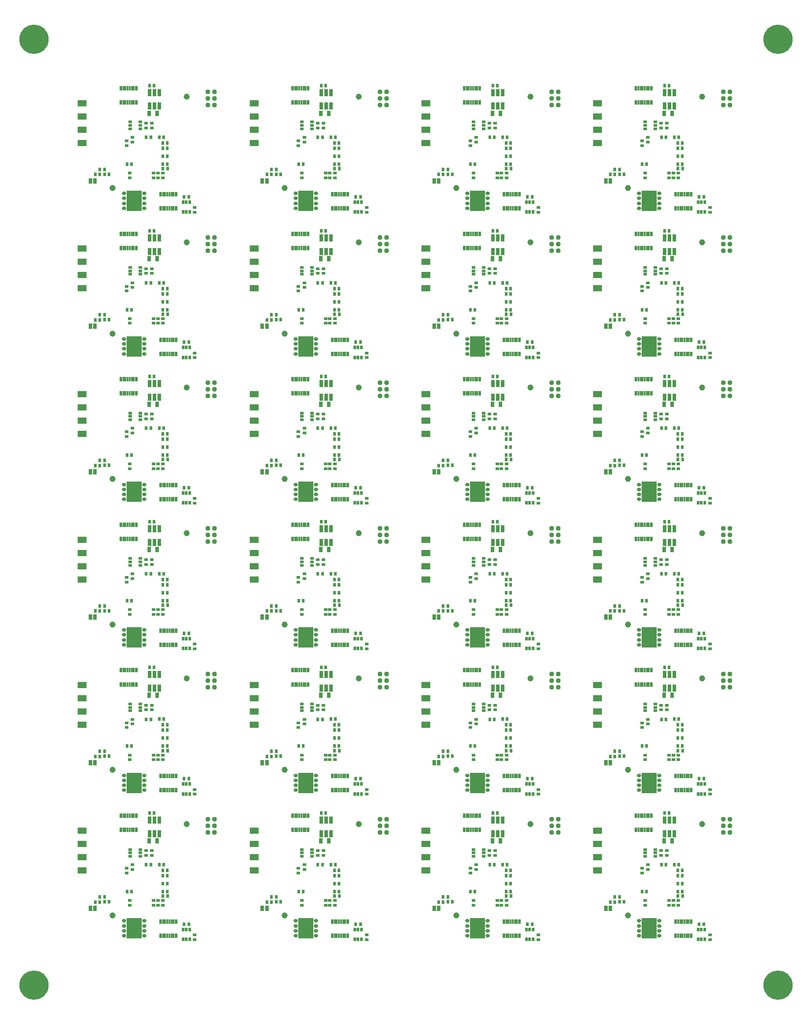
<source format=gbs>
G04 Layer_Color=16711935*
%FSLAX25Y25*%
%MOIN*%
G70*
G01*
G75*
%ADD61R,0.02198X0.03151*%
%ADD62R,0.02175X0.02962*%
%ADD63R,0.02962X0.02175*%
%ADD65R,0.01978X0.03198*%
%ADD66R,0.01506X0.03198*%
%ADD70R,0.03151X0.02198*%
%ADD76C,0.03700*%
%ADD81C,0.22100*%
%ADD82C,0.00600*%
%ADD83C,0.04600*%
%ADD84R,0.03041X0.05403*%
%ADD85O,0.03356X0.02569*%
%ADD86R,0.11230X0.15167*%
%ADD87R,0.02569X0.04143*%
%ADD88R,0.07100X0.04600*%
%ADD89R,0.02765X0.03947*%
D61*
X159781Y81700D02*
D03*
X162340D02*
D03*
X164899D02*
D03*
X159781Y89180D02*
D03*
X164899D02*
D03*
X162340D02*
D03*
X289466Y81700D02*
D03*
X292025D02*
D03*
X294584D02*
D03*
X289466Y89180D02*
D03*
X294584D02*
D03*
X292025D02*
D03*
X419151Y81700D02*
D03*
X421710D02*
D03*
X424269D02*
D03*
X419151Y89180D02*
D03*
X424269D02*
D03*
X421710D02*
D03*
X548836Y81700D02*
D03*
X551395D02*
D03*
X553954D02*
D03*
X548836Y89180D02*
D03*
X553954D02*
D03*
X551395D02*
D03*
X159781Y191574D02*
D03*
X162340D02*
D03*
X164899D02*
D03*
X159781Y199054D02*
D03*
X164899D02*
D03*
X162340D02*
D03*
X289466Y191574D02*
D03*
X292025D02*
D03*
X294584D02*
D03*
X289466Y199054D02*
D03*
X294584D02*
D03*
X292025D02*
D03*
X419151Y191574D02*
D03*
X421710D02*
D03*
X424269D02*
D03*
X419151Y199054D02*
D03*
X424269D02*
D03*
X421710D02*
D03*
X548836Y191574D02*
D03*
X551395D02*
D03*
X553954D02*
D03*
X548836Y199054D02*
D03*
X553954D02*
D03*
X551395D02*
D03*
X159781Y301448D02*
D03*
X162340D02*
D03*
X164899D02*
D03*
X159781Y308928D02*
D03*
X164899D02*
D03*
X162340D02*
D03*
X289466Y301448D02*
D03*
X292025D02*
D03*
X294584D02*
D03*
X289466Y308928D02*
D03*
X294584D02*
D03*
X292025D02*
D03*
X419151Y301448D02*
D03*
X421710D02*
D03*
X424269D02*
D03*
X419151Y308928D02*
D03*
X424269D02*
D03*
X421710D02*
D03*
X548836Y301448D02*
D03*
X551395D02*
D03*
X553954D02*
D03*
X548836Y308928D02*
D03*
X553954D02*
D03*
X551395D02*
D03*
X159781Y411322D02*
D03*
X162340D02*
D03*
X164899D02*
D03*
X159781Y418802D02*
D03*
X164899D02*
D03*
X162340D02*
D03*
X289466Y411322D02*
D03*
X292025D02*
D03*
X294584D02*
D03*
X289466Y418802D02*
D03*
X294584D02*
D03*
X292025D02*
D03*
X419151Y411322D02*
D03*
X421710D02*
D03*
X424269D02*
D03*
X419151Y418802D02*
D03*
X424269D02*
D03*
X421710D02*
D03*
X548836Y411322D02*
D03*
X551395D02*
D03*
X553954D02*
D03*
X548836Y418802D02*
D03*
X553954D02*
D03*
X551395D02*
D03*
X159781Y521196D02*
D03*
X162340D02*
D03*
X164899D02*
D03*
X159781Y528676D02*
D03*
X164899D02*
D03*
X162340D02*
D03*
X289466Y521196D02*
D03*
X292025D02*
D03*
X294584D02*
D03*
X289466Y528676D02*
D03*
X294584D02*
D03*
X292025D02*
D03*
X419151Y521196D02*
D03*
X421710D02*
D03*
X424269D02*
D03*
X419151Y528676D02*
D03*
X424269D02*
D03*
X421710D02*
D03*
X548836Y521196D02*
D03*
X551395D02*
D03*
X553954D02*
D03*
X548836Y528676D02*
D03*
X553954D02*
D03*
X551395D02*
D03*
X159781Y631070D02*
D03*
X162340D02*
D03*
X164899D02*
D03*
X159781Y638550D02*
D03*
X164899D02*
D03*
X162340D02*
D03*
X289466Y631070D02*
D03*
X292025D02*
D03*
X294584D02*
D03*
X289466Y638550D02*
D03*
X294584D02*
D03*
X292025D02*
D03*
X419151Y631070D02*
D03*
X421710D02*
D03*
X424269D02*
D03*
X419151Y638550D02*
D03*
X424269D02*
D03*
X421710D02*
D03*
X548836Y631070D02*
D03*
X551395D02*
D03*
X553954D02*
D03*
X548836Y638550D02*
D03*
X553954D02*
D03*
X551395D02*
D03*
D62*
X100469Y110140D02*
D03*
X104012D02*
D03*
X97012Y109940D02*
D03*
X93468D02*
D03*
X96969Y113840D02*
D03*
X100512D02*
D03*
X138012Y177240D02*
D03*
X134468D02*
D03*
X141795Y138094D02*
D03*
X145339D02*
D03*
X144468Y133740D02*
D03*
X148012D02*
D03*
X144468Y129740D02*
D03*
X148012D02*
D03*
X121012Y117740D02*
D03*
X117469D02*
D03*
X144468Y123740D02*
D03*
X148012D02*
D03*
X144569Y114340D02*
D03*
X148112D02*
D03*
X144468Y117740D02*
D03*
X148012D02*
D03*
X132069Y138040D02*
D03*
X135612D02*
D03*
X160669Y93140D02*
D03*
X164212D02*
D03*
X230153Y110140D02*
D03*
X233697D02*
D03*
X226697Y109940D02*
D03*
X223153D02*
D03*
X226654Y113840D02*
D03*
X230197D02*
D03*
X267697Y177240D02*
D03*
X264154D02*
D03*
X271480Y138094D02*
D03*
X275024D02*
D03*
X274153Y133740D02*
D03*
X277697D02*
D03*
X274153Y129740D02*
D03*
X277697D02*
D03*
X250697Y117740D02*
D03*
X247153D02*
D03*
X274153Y123740D02*
D03*
X277697D02*
D03*
X274254Y114340D02*
D03*
X277797D02*
D03*
X274153Y117740D02*
D03*
X277697D02*
D03*
X261754Y138040D02*
D03*
X265297D02*
D03*
X290353Y93140D02*
D03*
X293897D02*
D03*
X359839Y110140D02*
D03*
X363382D02*
D03*
X356382Y109940D02*
D03*
X352839D02*
D03*
X356339Y113840D02*
D03*
X359882D02*
D03*
X397382Y177240D02*
D03*
X393839D02*
D03*
X401165Y138094D02*
D03*
X404709D02*
D03*
X403839Y133740D02*
D03*
X407382D02*
D03*
X403839Y129740D02*
D03*
X407382D02*
D03*
X380382Y117740D02*
D03*
X376839D02*
D03*
X403839Y123740D02*
D03*
X407382D02*
D03*
X403939Y114340D02*
D03*
X407482D02*
D03*
X403839Y117740D02*
D03*
X407382D02*
D03*
X391439Y138040D02*
D03*
X394982D02*
D03*
X420039Y93140D02*
D03*
X423582D02*
D03*
X489524Y110140D02*
D03*
X493067D02*
D03*
X486067Y109940D02*
D03*
X482524D02*
D03*
X486024Y113840D02*
D03*
X489567D02*
D03*
X527067Y177240D02*
D03*
X523524D02*
D03*
X530850Y138094D02*
D03*
X534394D02*
D03*
X533524Y133740D02*
D03*
X537067D02*
D03*
X533524Y129740D02*
D03*
X537067D02*
D03*
X510067Y117740D02*
D03*
X506524D02*
D03*
X533524Y123740D02*
D03*
X537067D02*
D03*
X533624Y114340D02*
D03*
X537167D02*
D03*
X533524Y117740D02*
D03*
X537067D02*
D03*
X521124Y138040D02*
D03*
X524667D02*
D03*
X549724Y93140D02*
D03*
X553267D02*
D03*
X100469Y220014D02*
D03*
X104012D02*
D03*
X97012Y219814D02*
D03*
X93468D02*
D03*
X96969Y223714D02*
D03*
X100512D02*
D03*
X138012Y287114D02*
D03*
X134468D02*
D03*
X141795Y247969D02*
D03*
X145339D02*
D03*
X144468Y243614D02*
D03*
X148012D02*
D03*
X144468Y239614D02*
D03*
X148012D02*
D03*
X121012Y227614D02*
D03*
X117469D02*
D03*
X144468Y233614D02*
D03*
X148012D02*
D03*
X144569Y224214D02*
D03*
X148112D02*
D03*
X144468Y227614D02*
D03*
X148012D02*
D03*
X132069Y247914D02*
D03*
X135612D02*
D03*
X160669Y203014D02*
D03*
X164212D02*
D03*
X230153Y220014D02*
D03*
X233697D02*
D03*
X226697Y219814D02*
D03*
X223153D02*
D03*
X226654Y223714D02*
D03*
X230197D02*
D03*
X267697Y287114D02*
D03*
X264154D02*
D03*
X271480Y247969D02*
D03*
X275024D02*
D03*
X274153Y243614D02*
D03*
X277697D02*
D03*
X274153Y239614D02*
D03*
X277697D02*
D03*
X250697Y227614D02*
D03*
X247153D02*
D03*
X274153Y233614D02*
D03*
X277697D02*
D03*
X274254Y224214D02*
D03*
X277797D02*
D03*
X274153Y227614D02*
D03*
X277697D02*
D03*
X261754Y247914D02*
D03*
X265297D02*
D03*
X290353Y203014D02*
D03*
X293897D02*
D03*
X359839Y220014D02*
D03*
X363382D02*
D03*
X356382Y219814D02*
D03*
X352839D02*
D03*
X356339Y223714D02*
D03*
X359882D02*
D03*
X397382Y287114D02*
D03*
X393839D02*
D03*
X401165Y247969D02*
D03*
X404709D02*
D03*
X403839Y243614D02*
D03*
X407382D02*
D03*
X403839Y239614D02*
D03*
X407382D02*
D03*
X380382Y227614D02*
D03*
X376839D02*
D03*
X403839Y233614D02*
D03*
X407382D02*
D03*
X403939Y224214D02*
D03*
X407482D02*
D03*
X403839Y227614D02*
D03*
X407382D02*
D03*
X391439Y247914D02*
D03*
X394982D02*
D03*
X420039Y203014D02*
D03*
X423582D02*
D03*
X489524Y220014D02*
D03*
X493067D02*
D03*
X486067Y219814D02*
D03*
X482524D02*
D03*
X486024Y223714D02*
D03*
X489567D02*
D03*
X527067Y287114D02*
D03*
X523524D02*
D03*
X530850Y247969D02*
D03*
X534394D02*
D03*
X533524Y243614D02*
D03*
X537067D02*
D03*
X533524Y239614D02*
D03*
X537067D02*
D03*
X510067Y227614D02*
D03*
X506524D02*
D03*
X533524Y233614D02*
D03*
X537067D02*
D03*
X533624Y224214D02*
D03*
X537167D02*
D03*
X533524Y227614D02*
D03*
X537067D02*
D03*
X521124Y247914D02*
D03*
X524667D02*
D03*
X549724Y203014D02*
D03*
X553267D02*
D03*
X100469Y329888D02*
D03*
X104012D02*
D03*
X97012Y329688D02*
D03*
X93468D02*
D03*
X96969Y333588D02*
D03*
X100512D02*
D03*
X138012Y396988D02*
D03*
X134468D02*
D03*
X141795Y357842D02*
D03*
X145339D02*
D03*
X144468Y353488D02*
D03*
X148012D02*
D03*
X144468Y349488D02*
D03*
X148012D02*
D03*
X121012Y337488D02*
D03*
X117469D02*
D03*
X144468Y343488D02*
D03*
X148012D02*
D03*
X144569Y334088D02*
D03*
X148112D02*
D03*
X144468Y337488D02*
D03*
X148012D02*
D03*
X132069Y357788D02*
D03*
X135612D02*
D03*
X160669Y312888D02*
D03*
X164212D02*
D03*
X230153Y329888D02*
D03*
X233697D02*
D03*
X226697Y329688D02*
D03*
X223153D02*
D03*
X226654Y333588D02*
D03*
X230197D02*
D03*
X267697Y396988D02*
D03*
X264154D02*
D03*
X271480Y357842D02*
D03*
X275024D02*
D03*
X274153Y353488D02*
D03*
X277697D02*
D03*
X274153Y349488D02*
D03*
X277697D02*
D03*
X250697Y337488D02*
D03*
X247153D02*
D03*
X274153Y343488D02*
D03*
X277697D02*
D03*
X274254Y334088D02*
D03*
X277797D02*
D03*
X274153Y337488D02*
D03*
X277697D02*
D03*
X261754Y357788D02*
D03*
X265297D02*
D03*
X290353Y312888D02*
D03*
X293897D02*
D03*
X359839Y329888D02*
D03*
X363382D02*
D03*
X356382Y329688D02*
D03*
X352839D02*
D03*
X356339Y333588D02*
D03*
X359882D02*
D03*
X397382Y396988D02*
D03*
X393839D02*
D03*
X401165Y357842D02*
D03*
X404709D02*
D03*
X403839Y353488D02*
D03*
X407382D02*
D03*
X403839Y349488D02*
D03*
X407382D02*
D03*
X380382Y337488D02*
D03*
X376839D02*
D03*
X403839Y343488D02*
D03*
X407382D02*
D03*
X403939Y334088D02*
D03*
X407482D02*
D03*
X403839Y337488D02*
D03*
X407382D02*
D03*
X391439Y357788D02*
D03*
X394982D02*
D03*
X420039Y312888D02*
D03*
X423582D02*
D03*
X489524Y329888D02*
D03*
X493067D02*
D03*
X486067Y329688D02*
D03*
X482524D02*
D03*
X486024Y333588D02*
D03*
X489567D02*
D03*
X527067Y396988D02*
D03*
X523524D02*
D03*
X530850Y357842D02*
D03*
X534394D02*
D03*
X533524Y353488D02*
D03*
X537067D02*
D03*
X533524Y349488D02*
D03*
X537067D02*
D03*
X510067Y337488D02*
D03*
X506524D02*
D03*
X533524Y343488D02*
D03*
X537067D02*
D03*
X533624Y334088D02*
D03*
X537167D02*
D03*
X533524Y337488D02*
D03*
X537067D02*
D03*
X521124Y357788D02*
D03*
X524667D02*
D03*
X549724Y312888D02*
D03*
X553267D02*
D03*
X100469Y439762D02*
D03*
X104012D02*
D03*
X97012Y439562D02*
D03*
X93468D02*
D03*
X96969Y443462D02*
D03*
X100512D02*
D03*
X138012Y506862D02*
D03*
X134468D02*
D03*
X141795Y467717D02*
D03*
X145339D02*
D03*
X144468Y463362D02*
D03*
X148012D02*
D03*
X144468Y459362D02*
D03*
X148012D02*
D03*
X121012Y447362D02*
D03*
X117469D02*
D03*
X144468Y453362D02*
D03*
X148012D02*
D03*
X144569Y443962D02*
D03*
X148112D02*
D03*
X144468Y447362D02*
D03*
X148012D02*
D03*
X132069Y467662D02*
D03*
X135612D02*
D03*
X160669Y422762D02*
D03*
X164212D02*
D03*
X230153Y439762D02*
D03*
X233697D02*
D03*
X226697Y439562D02*
D03*
X223153D02*
D03*
X226654Y443462D02*
D03*
X230197D02*
D03*
X267697Y506862D02*
D03*
X264154D02*
D03*
X271480Y467717D02*
D03*
X275024D02*
D03*
X274153Y463362D02*
D03*
X277697D02*
D03*
X274153Y459362D02*
D03*
X277697D02*
D03*
X250697Y447362D02*
D03*
X247153D02*
D03*
X274153Y453362D02*
D03*
X277697D02*
D03*
X274254Y443962D02*
D03*
X277797D02*
D03*
X274153Y447362D02*
D03*
X277697D02*
D03*
X261754Y467662D02*
D03*
X265297D02*
D03*
X290353Y422762D02*
D03*
X293897D02*
D03*
X359839Y439762D02*
D03*
X363382D02*
D03*
X356382Y439562D02*
D03*
X352839D02*
D03*
X356339Y443462D02*
D03*
X359882D02*
D03*
X397382Y506862D02*
D03*
X393839D02*
D03*
X401165Y467717D02*
D03*
X404709D02*
D03*
X403839Y463362D02*
D03*
X407382D02*
D03*
X403839Y459362D02*
D03*
X407382D02*
D03*
X380382Y447362D02*
D03*
X376839D02*
D03*
X403839Y453362D02*
D03*
X407382D02*
D03*
X403939Y443962D02*
D03*
X407482D02*
D03*
X403839Y447362D02*
D03*
X407382D02*
D03*
X391439Y467662D02*
D03*
X394982D02*
D03*
X420039Y422762D02*
D03*
X423582D02*
D03*
X489524Y439762D02*
D03*
X493067D02*
D03*
X486067Y439562D02*
D03*
X482524D02*
D03*
X486024Y443462D02*
D03*
X489567D02*
D03*
X527067Y506862D02*
D03*
X523524D02*
D03*
X530850Y467717D02*
D03*
X534394D02*
D03*
X533524Y463362D02*
D03*
X537067D02*
D03*
X533524Y459362D02*
D03*
X537067D02*
D03*
X510067Y447362D02*
D03*
X506524D02*
D03*
X533524Y453362D02*
D03*
X537067D02*
D03*
X533624Y443962D02*
D03*
X537167D02*
D03*
X533524Y447362D02*
D03*
X537067D02*
D03*
X521124Y467662D02*
D03*
X524667D02*
D03*
X549724Y422762D02*
D03*
X553267D02*
D03*
X100469Y549636D02*
D03*
X104012D02*
D03*
X97012Y549436D02*
D03*
X93468D02*
D03*
X96969Y553336D02*
D03*
X100512D02*
D03*
X138012Y616736D02*
D03*
X134468D02*
D03*
X141795Y577591D02*
D03*
X145339D02*
D03*
X144468Y573236D02*
D03*
X148012D02*
D03*
X144468Y569236D02*
D03*
X148012D02*
D03*
X121012Y557236D02*
D03*
X117469D02*
D03*
X144468Y563236D02*
D03*
X148012D02*
D03*
X144569Y553836D02*
D03*
X148112D02*
D03*
X144468Y557236D02*
D03*
X148012D02*
D03*
X132069Y577536D02*
D03*
X135612D02*
D03*
X160669Y532636D02*
D03*
X164212D02*
D03*
X230153Y549636D02*
D03*
X233697D02*
D03*
X226697Y549436D02*
D03*
X223153D02*
D03*
X226654Y553336D02*
D03*
X230197D02*
D03*
X267697Y616736D02*
D03*
X264154D02*
D03*
X271480Y577591D02*
D03*
X275024D02*
D03*
X274153Y573236D02*
D03*
X277697D02*
D03*
X274153Y569236D02*
D03*
X277697D02*
D03*
X250697Y557236D02*
D03*
X247153D02*
D03*
X274153Y563236D02*
D03*
X277697D02*
D03*
X274254Y553836D02*
D03*
X277797D02*
D03*
X274153Y557236D02*
D03*
X277697D02*
D03*
X261754Y577536D02*
D03*
X265297D02*
D03*
X290353Y532636D02*
D03*
X293897D02*
D03*
X359839Y549636D02*
D03*
X363382D02*
D03*
X356382Y549436D02*
D03*
X352839D02*
D03*
X356339Y553336D02*
D03*
X359882D02*
D03*
X397382Y616736D02*
D03*
X393839D02*
D03*
X401165Y577591D02*
D03*
X404709D02*
D03*
X403839Y573236D02*
D03*
X407382D02*
D03*
X403839Y569236D02*
D03*
X407382D02*
D03*
X380382Y557236D02*
D03*
X376839D02*
D03*
X403839Y563236D02*
D03*
X407382D02*
D03*
X403939Y553836D02*
D03*
X407482D02*
D03*
X403839Y557236D02*
D03*
X407382D02*
D03*
X391439Y577536D02*
D03*
X394982D02*
D03*
X420039Y532636D02*
D03*
X423582D02*
D03*
X489524Y549636D02*
D03*
X493067D02*
D03*
X486067Y549436D02*
D03*
X482524D02*
D03*
X486024Y553336D02*
D03*
X489567D02*
D03*
X527067Y616736D02*
D03*
X523524D02*
D03*
X530850Y577591D02*
D03*
X534394D02*
D03*
X533524Y573236D02*
D03*
X537067D02*
D03*
X533524Y569236D02*
D03*
X537067D02*
D03*
X510067Y557236D02*
D03*
X506524D02*
D03*
X533524Y563236D02*
D03*
X537067D02*
D03*
X533624Y553836D02*
D03*
X537167D02*
D03*
X533524Y557236D02*
D03*
X537067D02*
D03*
X521124Y577536D02*
D03*
X524667D02*
D03*
X549724Y532636D02*
D03*
X553267D02*
D03*
X100469Y659510D02*
D03*
X104012D02*
D03*
X97012Y659310D02*
D03*
X93468D02*
D03*
X96969Y663210D02*
D03*
X100512D02*
D03*
X138012Y726610D02*
D03*
X134468D02*
D03*
X141795Y687465D02*
D03*
X145339D02*
D03*
X144468Y683110D02*
D03*
X148012D02*
D03*
X144468Y679110D02*
D03*
X148012D02*
D03*
X121012Y667110D02*
D03*
X117469D02*
D03*
X144468Y673110D02*
D03*
X148012D02*
D03*
X144569Y663710D02*
D03*
X148112D02*
D03*
X144468Y667110D02*
D03*
X148012D02*
D03*
X132069Y687410D02*
D03*
X135612D02*
D03*
X160669Y642510D02*
D03*
X164212D02*
D03*
X230153Y659510D02*
D03*
X233697D02*
D03*
X226697Y659310D02*
D03*
X223153D02*
D03*
X226654Y663210D02*
D03*
X230197D02*
D03*
X267697Y726610D02*
D03*
X264154D02*
D03*
X271480Y687465D02*
D03*
X275024D02*
D03*
X274153Y683110D02*
D03*
X277697D02*
D03*
X274153Y679110D02*
D03*
X277697D02*
D03*
X250697Y667110D02*
D03*
X247153D02*
D03*
X274153Y673110D02*
D03*
X277697D02*
D03*
X274254Y663710D02*
D03*
X277797D02*
D03*
X274153Y667110D02*
D03*
X277697D02*
D03*
X261754Y687410D02*
D03*
X265297D02*
D03*
X290353Y642510D02*
D03*
X293897D02*
D03*
X359839Y659510D02*
D03*
X363382D02*
D03*
X356382Y659310D02*
D03*
X352839D02*
D03*
X356339Y663210D02*
D03*
X359882D02*
D03*
X397382Y726610D02*
D03*
X393839D02*
D03*
X401165Y687465D02*
D03*
X404709D02*
D03*
X403839Y683110D02*
D03*
X407382D02*
D03*
X403839Y679110D02*
D03*
X407382D02*
D03*
X380382Y667110D02*
D03*
X376839D02*
D03*
X403839Y673110D02*
D03*
X407382D02*
D03*
X403939Y663710D02*
D03*
X407482D02*
D03*
X403839Y667110D02*
D03*
X407382D02*
D03*
X391439Y687410D02*
D03*
X394982D02*
D03*
X420039Y642510D02*
D03*
X423582D02*
D03*
X489524Y659510D02*
D03*
X493067D02*
D03*
X486067Y659310D02*
D03*
X482524D02*
D03*
X486024Y663210D02*
D03*
X489567D02*
D03*
X527067Y726610D02*
D03*
X523524D02*
D03*
X530850Y687465D02*
D03*
X534394D02*
D03*
X533524Y683110D02*
D03*
X537067D02*
D03*
X533524Y679110D02*
D03*
X537067D02*
D03*
X510067Y667110D02*
D03*
X506524D02*
D03*
X533524Y673110D02*
D03*
X537067D02*
D03*
X533624Y663710D02*
D03*
X537167D02*
D03*
X533524Y667110D02*
D03*
X537067D02*
D03*
X521124Y687410D02*
D03*
X524667D02*
D03*
X549724Y642510D02*
D03*
X553267D02*
D03*
D63*
X144740Y111012D02*
D03*
Y107468D02*
D03*
X141040Y111012D02*
D03*
Y107468D02*
D03*
X121740Y134468D02*
D03*
Y138012D02*
D03*
X137740Y111012D02*
D03*
Y107468D02*
D03*
X119740Y111012D02*
D03*
Y107468D02*
D03*
X117386Y131795D02*
D03*
Y135339D02*
D03*
X131940Y145168D02*
D03*
Y148712D02*
D03*
X136240D02*
D03*
Y145168D02*
D03*
X168740Y85012D02*
D03*
Y81468D02*
D03*
X274425Y111012D02*
D03*
Y107468D02*
D03*
X270725Y111012D02*
D03*
Y107468D02*
D03*
X251425Y134468D02*
D03*
Y138012D02*
D03*
X267425Y111012D02*
D03*
Y107468D02*
D03*
X249425Y111012D02*
D03*
Y107468D02*
D03*
X247071Y131795D02*
D03*
Y135339D02*
D03*
X261625Y145168D02*
D03*
Y148712D02*
D03*
X265925D02*
D03*
Y145168D02*
D03*
X298425Y85012D02*
D03*
Y81468D02*
D03*
X404110Y111012D02*
D03*
Y107468D02*
D03*
X400410Y111012D02*
D03*
Y107468D02*
D03*
X381110Y134468D02*
D03*
Y138012D02*
D03*
X397110Y111012D02*
D03*
Y107468D02*
D03*
X379110Y111012D02*
D03*
Y107468D02*
D03*
X376756Y131795D02*
D03*
Y135339D02*
D03*
X391310Y145168D02*
D03*
Y148712D02*
D03*
X395610D02*
D03*
Y145168D02*
D03*
X428110Y85012D02*
D03*
Y81468D02*
D03*
X533795Y111012D02*
D03*
Y107468D02*
D03*
X530095Y111012D02*
D03*
Y107468D02*
D03*
X510795Y134468D02*
D03*
Y138012D02*
D03*
X526795Y111012D02*
D03*
Y107468D02*
D03*
X508795Y111012D02*
D03*
Y107468D02*
D03*
X506441Y131795D02*
D03*
Y135339D02*
D03*
X520995Y145168D02*
D03*
Y148712D02*
D03*
X525295D02*
D03*
Y145168D02*
D03*
X557795Y85012D02*
D03*
Y81468D02*
D03*
X144740Y220886D02*
D03*
Y217342D02*
D03*
X141040Y220886D02*
D03*
Y217342D02*
D03*
X121740Y244342D02*
D03*
Y247886D02*
D03*
X137740Y220886D02*
D03*
Y217342D02*
D03*
X119740Y220886D02*
D03*
Y217342D02*
D03*
X117386Y241669D02*
D03*
Y245213D02*
D03*
X131940Y255043D02*
D03*
Y258586D02*
D03*
X136240D02*
D03*
Y255043D02*
D03*
X168740Y194886D02*
D03*
Y191342D02*
D03*
X274425Y220886D02*
D03*
Y217342D02*
D03*
X270725Y220886D02*
D03*
Y217342D02*
D03*
X251425Y244342D02*
D03*
Y247886D02*
D03*
X267425Y220886D02*
D03*
Y217342D02*
D03*
X249425Y220886D02*
D03*
Y217342D02*
D03*
X247071Y241669D02*
D03*
Y245213D02*
D03*
X261625Y255043D02*
D03*
Y258586D02*
D03*
X265925D02*
D03*
Y255043D02*
D03*
X298425Y194886D02*
D03*
Y191342D02*
D03*
X404110Y220886D02*
D03*
Y217342D02*
D03*
X400410Y220886D02*
D03*
Y217342D02*
D03*
X381110Y244342D02*
D03*
Y247886D02*
D03*
X397110Y220886D02*
D03*
Y217342D02*
D03*
X379110Y220886D02*
D03*
Y217342D02*
D03*
X376756Y241669D02*
D03*
Y245213D02*
D03*
X391310Y255043D02*
D03*
Y258586D02*
D03*
X395610D02*
D03*
Y255043D02*
D03*
X428110Y194886D02*
D03*
Y191342D02*
D03*
X533795Y220886D02*
D03*
Y217342D02*
D03*
X530095Y220886D02*
D03*
Y217342D02*
D03*
X510795Y244342D02*
D03*
Y247886D02*
D03*
X526795Y220886D02*
D03*
Y217342D02*
D03*
X508795Y220886D02*
D03*
Y217342D02*
D03*
X506441Y241669D02*
D03*
Y245213D02*
D03*
X520995Y255043D02*
D03*
Y258586D02*
D03*
X525295D02*
D03*
Y255043D02*
D03*
X557795Y194886D02*
D03*
Y191342D02*
D03*
X144740Y330760D02*
D03*
Y327217D02*
D03*
X141040Y330760D02*
D03*
Y327217D02*
D03*
X121740Y354217D02*
D03*
Y357760D02*
D03*
X137740Y330760D02*
D03*
Y327217D02*
D03*
X119740Y330760D02*
D03*
Y327217D02*
D03*
X117386Y351543D02*
D03*
Y355087D02*
D03*
X131940Y364917D02*
D03*
Y368460D02*
D03*
X136240D02*
D03*
Y364917D02*
D03*
X168740Y304760D02*
D03*
Y301217D02*
D03*
X274425Y330760D02*
D03*
Y327217D02*
D03*
X270725Y330760D02*
D03*
Y327217D02*
D03*
X251425Y354217D02*
D03*
Y357760D02*
D03*
X267425Y330760D02*
D03*
Y327217D02*
D03*
X249425Y330760D02*
D03*
Y327217D02*
D03*
X247071Y351543D02*
D03*
Y355087D02*
D03*
X261625Y364917D02*
D03*
Y368460D02*
D03*
X265925D02*
D03*
Y364917D02*
D03*
X298425Y304760D02*
D03*
Y301217D02*
D03*
X404110Y330760D02*
D03*
Y327217D02*
D03*
X400410Y330760D02*
D03*
Y327217D02*
D03*
X381110Y354217D02*
D03*
Y357760D02*
D03*
X397110Y330760D02*
D03*
Y327217D02*
D03*
X379110Y330760D02*
D03*
Y327217D02*
D03*
X376756Y351543D02*
D03*
Y355087D02*
D03*
X391310Y364917D02*
D03*
Y368460D02*
D03*
X395610D02*
D03*
Y364917D02*
D03*
X428110Y304760D02*
D03*
Y301217D02*
D03*
X533795Y330760D02*
D03*
Y327217D02*
D03*
X530095Y330760D02*
D03*
Y327217D02*
D03*
X510795Y354217D02*
D03*
Y357760D02*
D03*
X526795Y330760D02*
D03*
Y327217D02*
D03*
X508795Y330760D02*
D03*
Y327217D02*
D03*
X506441Y351543D02*
D03*
Y355087D02*
D03*
X520995Y364917D02*
D03*
Y368460D02*
D03*
X525295D02*
D03*
Y364917D02*
D03*
X557795Y304760D02*
D03*
Y301217D02*
D03*
X144740Y440634D02*
D03*
Y437091D02*
D03*
X141040Y440634D02*
D03*
Y437091D02*
D03*
X121740Y464091D02*
D03*
Y467634D02*
D03*
X137740Y440634D02*
D03*
Y437091D02*
D03*
X119740Y440634D02*
D03*
Y437091D02*
D03*
X117386Y461417D02*
D03*
Y464961D02*
D03*
X131940Y474791D02*
D03*
Y478334D02*
D03*
X136240D02*
D03*
Y474791D02*
D03*
X168740Y414634D02*
D03*
Y411091D02*
D03*
X274425Y440634D02*
D03*
Y437091D02*
D03*
X270725Y440634D02*
D03*
Y437091D02*
D03*
X251425Y464091D02*
D03*
Y467634D02*
D03*
X267425Y440634D02*
D03*
Y437091D02*
D03*
X249425Y440634D02*
D03*
Y437091D02*
D03*
X247071Y461417D02*
D03*
Y464961D02*
D03*
X261625Y474791D02*
D03*
Y478334D02*
D03*
X265925D02*
D03*
Y474791D02*
D03*
X298425Y414634D02*
D03*
Y411091D02*
D03*
X404110Y440634D02*
D03*
Y437091D02*
D03*
X400410Y440634D02*
D03*
Y437091D02*
D03*
X381110Y464091D02*
D03*
Y467634D02*
D03*
X397110Y440634D02*
D03*
Y437091D02*
D03*
X379110Y440634D02*
D03*
Y437091D02*
D03*
X376756Y461417D02*
D03*
Y464961D02*
D03*
X391310Y474791D02*
D03*
Y478334D02*
D03*
X395610D02*
D03*
Y474791D02*
D03*
X428110Y414634D02*
D03*
Y411091D02*
D03*
X533795Y440634D02*
D03*
Y437091D02*
D03*
X530095Y440634D02*
D03*
Y437091D02*
D03*
X510795Y464091D02*
D03*
Y467634D02*
D03*
X526795Y440634D02*
D03*
Y437091D02*
D03*
X508795Y440634D02*
D03*
Y437091D02*
D03*
X506441Y461417D02*
D03*
Y464961D02*
D03*
X520995Y474791D02*
D03*
Y478334D02*
D03*
X525295D02*
D03*
Y474791D02*
D03*
X557795Y414634D02*
D03*
Y411091D02*
D03*
X144740Y550508D02*
D03*
Y546965D02*
D03*
X141040Y550508D02*
D03*
Y546965D02*
D03*
X121740Y573965D02*
D03*
Y577508D02*
D03*
X137740Y550508D02*
D03*
Y546965D02*
D03*
X119740Y550508D02*
D03*
Y546965D02*
D03*
X117386Y571291D02*
D03*
Y574835D02*
D03*
X131940Y584665D02*
D03*
Y588208D02*
D03*
X136240D02*
D03*
Y584665D02*
D03*
X168740Y524508D02*
D03*
Y520965D02*
D03*
X274425Y550508D02*
D03*
Y546965D02*
D03*
X270725Y550508D02*
D03*
Y546965D02*
D03*
X251425Y573965D02*
D03*
Y577508D02*
D03*
X267425Y550508D02*
D03*
Y546965D02*
D03*
X249425Y550508D02*
D03*
Y546965D02*
D03*
X247071Y571291D02*
D03*
Y574835D02*
D03*
X261625Y584665D02*
D03*
Y588208D02*
D03*
X265925D02*
D03*
Y584665D02*
D03*
X298425Y524508D02*
D03*
Y520965D02*
D03*
X404110Y550508D02*
D03*
Y546965D02*
D03*
X400410Y550508D02*
D03*
Y546965D02*
D03*
X381110Y573965D02*
D03*
Y577508D02*
D03*
X397110Y550508D02*
D03*
Y546965D02*
D03*
X379110Y550508D02*
D03*
Y546965D02*
D03*
X376756Y571291D02*
D03*
Y574835D02*
D03*
X391310Y584665D02*
D03*
Y588208D02*
D03*
X395610D02*
D03*
Y584665D02*
D03*
X428110Y524508D02*
D03*
Y520965D02*
D03*
X533795Y550508D02*
D03*
Y546965D02*
D03*
X530095Y550508D02*
D03*
Y546965D02*
D03*
X510795Y573965D02*
D03*
Y577508D02*
D03*
X526795Y550508D02*
D03*
Y546965D02*
D03*
X508795Y550508D02*
D03*
Y546965D02*
D03*
X506441Y571291D02*
D03*
Y574835D02*
D03*
X520995Y584665D02*
D03*
Y588208D02*
D03*
X525295D02*
D03*
Y584665D02*
D03*
X557795Y524508D02*
D03*
Y520965D02*
D03*
X144740Y660382D02*
D03*
Y656839D02*
D03*
X141040Y660382D02*
D03*
Y656839D02*
D03*
X121740Y683839D02*
D03*
Y687382D02*
D03*
X137740Y660382D02*
D03*
Y656839D02*
D03*
X119740Y660382D02*
D03*
Y656839D02*
D03*
X117386Y681165D02*
D03*
Y684709D02*
D03*
X131940Y694539D02*
D03*
Y698082D02*
D03*
X136240D02*
D03*
Y694539D02*
D03*
X168740Y634382D02*
D03*
Y630839D02*
D03*
X274425Y660382D02*
D03*
Y656839D02*
D03*
X270725Y660382D02*
D03*
Y656839D02*
D03*
X251425Y683839D02*
D03*
Y687382D02*
D03*
X267425Y660382D02*
D03*
Y656839D02*
D03*
X249425Y660382D02*
D03*
Y656839D02*
D03*
X247071Y681165D02*
D03*
Y684709D02*
D03*
X261625Y694539D02*
D03*
Y698082D02*
D03*
X265925D02*
D03*
Y694539D02*
D03*
X298425Y634382D02*
D03*
Y630839D02*
D03*
X404110Y660382D02*
D03*
Y656839D02*
D03*
X400410Y660382D02*
D03*
Y656839D02*
D03*
X381110Y683839D02*
D03*
Y687382D02*
D03*
X397110Y660382D02*
D03*
Y656839D02*
D03*
X379110Y660382D02*
D03*
Y656839D02*
D03*
X376756Y681165D02*
D03*
Y684709D02*
D03*
X391310Y694539D02*
D03*
Y698082D02*
D03*
X395610D02*
D03*
Y694539D02*
D03*
X428110Y634382D02*
D03*
Y630839D02*
D03*
X533795Y660382D02*
D03*
Y656839D02*
D03*
X530095Y660382D02*
D03*
Y656839D02*
D03*
X510795Y683839D02*
D03*
Y687382D02*
D03*
X526795Y660382D02*
D03*
Y656839D02*
D03*
X508795Y660382D02*
D03*
Y656839D02*
D03*
X506441Y681165D02*
D03*
Y684709D02*
D03*
X520995Y694539D02*
D03*
Y698082D02*
D03*
X525295D02*
D03*
Y694539D02*
D03*
X557795Y634382D02*
D03*
Y630839D02*
D03*
D65*
X154547Y95075D02*
D03*
Y84405D02*
D03*
X142933D02*
D03*
Y95075D02*
D03*
X124547Y175075D02*
D03*
Y164406D02*
D03*
X112933D02*
D03*
Y175075D02*
D03*
X284232Y95075D02*
D03*
Y84405D02*
D03*
X272618D02*
D03*
Y95075D02*
D03*
X254232Y175075D02*
D03*
Y164406D02*
D03*
X242618D02*
D03*
Y175075D02*
D03*
X413917Y95075D02*
D03*
Y84405D02*
D03*
X402303D02*
D03*
Y95075D02*
D03*
X383917Y175075D02*
D03*
Y164406D02*
D03*
X372303D02*
D03*
Y175075D02*
D03*
X543602Y95075D02*
D03*
Y84405D02*
D03*
X531988D02*
D03*
Y95075D02*
D03*
X513602Y175075D02*
D03*
Y164406D02*
D03*
X501988D02*
D03*
Y175075D02*
D03*
X154547Y204949D02*
D03*
Y194280D02*
D03*
X142933D02*
D03*
Y204949D02*
D03*
X124547Y284949D02*
D03*
Y274279D02*
D03*
X112933D02*
D03*
Y284949D02*
D03*
X284232Y204949D02*
D03*
Y194280D02*
D03*
X272618D02*
D03*
Y204949D02*
D03*
X254232Y284949D02*
D03*
Y274279D02*
D03*
X242618D02*
D03*
Y284949D02*
D03*
X413917Y204949D02*
D03*
Y194280D02*
D03*
X402303D02*
D03*
Y204949D02*
D03*
X383917Y284949D02*
D03*
Y274279D02*
D03*
X372303D02*
D03*
Y284949D02*
D03*
X543602Y204949D02*
D03*
Y194280D02*
D03*
X531988D02*
D03*
Y204949D02*
D03*
X513602Y284949D02*
D03*
Y274279D02*
D03*
X501988D02*
D03*
Y284949D02*
D03*
X154547Y314823D02*
D03*
Y304153D02*
D03*
X142933D02*
D03*
Y314823D02*
D03*
X124547Y394823D02*
D03*
Y384154D02*
D03*
X112933D02*
D03*
Y394823D02*
D03*
X284232Y314823D02*
D03*
Y304153D02*
D03*
X272618D02*
D03*
Y314823D02*
D03*
X254232Y394823D02*
D03*
Y384154D02*
D03*
X242618D02*
D03*
Y394823D02*
D03*
X413917Y314823D02*
D03*
Y304153D02*
D03*
X402303D02*
D03*
Y314823D02*
D03*
X383917Y394823D02*
D03*
Y384154D02*
D03*
X372303D02*
D03*
Y394823D02*
D03*
X543602Y314823D02*
D03*
Y304153D02*
D03*
X531988D02*
D03*
Y314823D02*
D03*
X513602Y394823D02*
D03*
Y384154D02*
D03*
X501988D02*
D03*
Y394823D02*
D03*
X154547Y424697D02*
D03*
Y414028D02*
D03*
X142933D02*
D03*
Y424697D02*
D03*
X124547Y504697D02*
D03*
Y494028D02*
D03*
X112933D02*
D03*
Y504697D02*
D03*
X284232Y424697D02*
D03*
Y414028D02*
D03*
X272618D02*
D03*
Y424697D02*
D03*
X254232Y504697D02*
D03*
Y494028D02*
D03*
X242618D02*
D03*
Y504697D02*
D03*
X413917Y424697D02*
D03*
Y414028D02*
D03*
X402303D02*
D03*
Y424697D02*
D03*
X383917Y504697D02*
D03*
Y494028D02*
D03*
X372303D02*
D03*
Y504697D02*
D03*
X543602Y424697D02*
D03*
Y414028D02*
D03*
X531988D02*
D03*
Y424697D02*
D03*
X513602Y504697D02*
D03*
Y494028D02*
D03*
X501988D02*
D03*
Y504697D02*
D03*
X154547Y534571D02*
D03*
Y523902D02*
D03*
X142933D02*
D03*
Y534571D02*
D03*
X124547Y614571D02*
D03*
Y603902D02*
D03*
X112933D02*
D03*
Y614571D02*
D03*
X284232Y534571D02*
D03*
Y523902D02*
D03*
X272618D02*
D03*
Y534571D02*
D03*
X254232Y614571D02*
D03*
Y603902D02*
D03*
X242618D02*
D03*
Y614571D02*
D03*
X413917Y534571D02*
D03*
Y523902D02*
D03*
X402303D02*
D03*
Y534571D02*
D03*
X383917Y614571D02*
D03*
Y603902D02*
D03*
X372303D02*
D03*
Y614571D02*
D03*
X543602Y534571D02*
D03*
Y523902D02*
D03*
X531988D02*
D03*
Y534571D02*
D03*
X513602Y614571D02*
D03*
Y603902D02*
D03*
X501988D02*
D03*
Y614571D02*
D03*
X154547Y644445D02*
D03*
Y633776D02*
D03*
X142933D02*
D03*
Y644445D02*
D03*
X124547Y724445D02*
D03*
Y713776D02*
D03*
X112933D02*
D03*
Y724445D02*
D03*
X284232Y644445D02*
D03*
Y633776D02*
D03*
X272618D02*
D03*
Y644445D02*
D03*
X254232Y724445D02*
D03*
Y713776D02*
D03*
X242618D02*
D03*
Y724445D02*
D03*
X413917Y644445D02*
D03*
Y633776D02*
D03*
X402303D02*
D03*
Y644445D02*
D03*
X383917Y724445D02*
D03*
Y713776D02*
D03*
X372303D02*
D03*
Y724445D02*
D03*
X543602Y644445D02*
D03*
Y633776D02*
D03*
X531988D02*
D03*
Y644445D02*
D03*
X513602Y724445D02*
D03*
Y713776D02*
D03*
X501988D02*
D03*
Y724445D02*
D03*
D66*
X152677Y84405D02*
D03*
X151102D02*
D03*
X149528D02*
D03*
X147953D02*
D03*
X146378D02*
D03*
X144803D02*
D03*
Y95075D02*
D03*
X146378D02*
D03*
X147953D02*
D03*
X149528D02*
D03*
X151102D02*
D03*
X152677D02*
D03*
X122677Y164406D02*
D03*
X121102D02*
D03*
X119528D02*
D03*
X117953D02*
D03*
X116378D02*
D03*
X114803D02*
D03*
Y175075D02*
D03*
X116378D02*
D03*
X117953D02*
D03*
X119528D02*
D03*
X121102D02*
D03*
X122677D02*
D03*
X282362Y84405D02*
D03*
X280787D02*
D03*
X279213D02*
D03*
X277638D02*
D03*
X276063D02*
D03*
X274488D02*
D03*
Y95075D02*
D03*
X276063D02*
D03*
X277638D02*
D03*
X279213D02*
D03*
X280787D02*
D03*
X282362D02*
D03*
X252362Y164406D02*
D03*
X250787D02*
D03*
X249213D02*
D03*
X247638D02*
D03*
X246063D02*
D03*
X244488D02*
D03*
Y175075D02*
D03*
X246063D02*
D03*
X247638D02*
D03*
X249213D02*
D03*
X250787D02*
D03*
X252362D02*
D03*
X412047Y84405D02*
D03*
X410472D02*
D03*
X408898D02*
D03*
X407323D02*
D03*
X405748D02*
D03*
X404173D02*
D03*
Y95075D02*
D03*
X405748D02*
D03*
X407323D02*
D03*
X408898D02*
D03*
X410472D02*
D03*
X412047D02*
D03*
X382047Y164406D02*
D03*
X380472D02*
D03*
X378898D02*
D03*
X377323D02*
D03*
X375748D02*
D03*
X374173D02*
D03*
Y175075D02*
D03*
X375748D02*
D03*
X377323D02*
D03*
X378898D02*
D03*
X380472D02*
D03*
X382047D02*
D03*
X541732Y84405D02*
D03*
X540158D02*
D03*
X538583D02*
D03*
X537008D02*
D03*
X535433D02*
D03*
X533858D02*
D03*
Y95075D02*
D03*
X535433D02*
D03*
X537008D02*
D03*
X538583D02*
D03*
X540158D02*
D03*
X541732D02*
D03*
X511732Y164406D02*
D03*
X510157D02*
D03*
X508583D02*
D03*
X507008D02*
D03*
X505433D02*
D03*
X503858D02*
D03*
Y175075D02*
D03*
X505433D02*
D03*
X507008D02*
D03*
X508583D02*
D03*
X510157D02*
D03*
X511732D02*
D03*
X152677Y194280D02*
D03*
X151102D02*
D03*
X149528D02*
D03*
X147953D02*
D03*
X146378D02*
D03*
X144803D02*
D03*
Y204949D02*
D03*
X146378D02*
D03*
X147953D02*
D03*
X149528D02*
D03*
X151102D02*
D03*
X152677D02*
D03*
X122677Y274279D02*
D03*
X121102D02*
D03*
X119528D02*
D03*
X117953D02*
D03*
X116378D02*
D03*
X114803D02*
D03*
Y284949D02*
D03*
X116378D02*
D03*
X117953D02*
D03*
X119528D02*
D03*
X121102D02*
D03*
X122677D02*
D03*
X282362Y194280D02*
D03*
X280787D02*
D03*
X279213D02*
D03*
X277638D02*
D03*
X276063D02*
D03*
X274488D02*
D03*
Y204949D02*
D03*
X276063D02*
D03*
X277638D02*
D03*
X279213D02*
D03*
X280787D02*
D03*
X282362D02*
D03*
X252362Y274279D02*
D03*
X250787D02*
D03*
X249213D02*
D03*
X247638D02*
D03*
X246063D02*
D03*
X244488D02*
D03*
Y284949D02*
D03*
X246063D02*
D03*
X247638D02*
D03*
X249213D02*
D03*
X250787D02*
D03*
X252362D02*
D03*
X412047Y194280D02*
D03*
X410472D02*
D03*
X408898D02*
D03*
X407323D02*
D03*
X405748D02*
D03*
X404173D02*
D03*
Y204949D02*
D03*
X405748D02*
D03*
X407323D02*
D03*
X408898D02*
D03*
X410472D02*
D03*
X412047D02*
D03*
X382047Y274279D02*
D03*
X380472D02*
D03*
X378898D02*
D03*
X377323D02*
D03*
X375748D02*
D03*
X374173D02*
D03*
Y284949D02*
D03*
X375748D02*
D03*
X377323D02*
D03*
X378898D02*
D03*
X380472D02*
D03*
X382047D02*
D03*
X541732Y194280D02*
D03*
X540158D02*
D03*
X538583D02*
D03*
X537008D02*
D03*
X535433D02*
D03*
X533858D02*
D03*
Y204949D02*
D03*
X535433D02*
D03*
X537008D02*
D03*
X538583D02*
D03*
X540158D02*
D03*
X541732D02*
D03*
X511732Y274279D02*
D03*
X510157D02*
D03*
X508583D02*
D03*
X507008D02*
D03*
X505433D02*
D03*
X503858D02*
D03*
Y284949D02*
D03*
X505433D02*
D03*
X507008D02*
D03*
X508583D02*
D03*
X510157D02*
D03*
X511732D02*
D03*
X152677Y304154D02*
D03*
X151102D02*
D03*
X149528D02*
D03*
X147953D02*
D03*
X146378D02*
D03*
X144803D02*
D03*
Y314823D02*
D03*
X146378D02*
D03*
X147953D02*
D03*
X149528D02*
D03*
X151102D02*
D03*
X152677D02*
D03*
X122677Y384154D02*
D03*
X121102D02*
D03*
X119528D02*
D03*
X117953D02*
D03*
X116378D02*
D03*
X114803D02*
D03*
Y394823D02*
D03*
X116378D02*
D03*
X117953D02*
D03*
X119528D02*
D03*
X121102D02*
D03*
X122677D02*
D03*
X282362Y304154D02*
D03*
X280787D02*
D03*
X279213D02*
D03*
X277638D02*
D03*
X276063D02*
D03*
X274488D02*
D03*
Y314823D02*
D03*
X276063D02*
D03*
X277638D02*
D03*
X279213D02*
D03*
X280787D02*
D03*
X282362D02*
D03*
X252362Y384154D02*
D03*
X250787D02*
D03*
X249213D02*
D03*
X247638D02*
D03*
X246063D02*
D03*
X244488D02*
D03*
Y394823D02*
D03*
X246063D02*
D03*
X247638D02*
D03*
X249213D02*
D03*
X250787D02*
D03*
X252362D02*
D03*
X412047Y304154D02*
D03*
X410472D02*
D03*
X408898D02*
D03*
X407323D02*
D03*
X405748D02*
D03*
X404173D02*
D03*
Y314823D02*
D03*
X405748D02*
D03*
X407323D02*
D03*
X408898D02*
D03*
X410472D02*
D03*
X412047D02*
D03*
X382047Y384154D02*
D03*
X380472D02*
D03*
X378898D02*
D03*
X377323D02*
D03*
X375748D02*
D03*
X374173D02*
D03*
Y394823D02*
D03*
X375748D02*
D03*
X377323D02*
D03*
X378898D02*
D03*
X380472D02*
D03*
X382047D02*
D03*
X541732Y304154D02*
D03*
X540158D02*
D03*
X538583D02*
D03*
X537008D02*
D03*
X535433D02*
D03*
X533858D02*
D03*
Y314823D02*
D03*
X535433D02*
D03*
X537008D02*
D03*
X538583D02*
D03*
X540158D02*
D03*
X541732D02*
D03*
X511732Y384154D02*
D03*
X510157D02*
D03*
X508583D02*
D03*
X507008D02*
D03*
X505433D02*
D03*
X503858D02*
D03*
Y394823D02*
D03*
X505433D02*
D03*
X507008D02*
D03*
X508583D02*
D03*
X510157D02*
D03*
X511732D02*
D03*
X152677Y414028D02*
D03*
X151102D02*
D03*
X149528D02*
D03*
X147953D02*
D03*
X146378D02*
D03*
X144803D02*
D03*
Y424697D02*
D03*
X146378D02*
D03*
X147953D02*
D03*
X149528D02*
D03*
X151102D02*
D03*
X152677D02*
D03*
X122677Y494028D02*
D03*
X121102D02*
D03*
X119528D02*
D03*
X117953D02*
D03*
X116378D02*
D03*
X114803D02*
D03*
Y504697D02*
D03*
X116378D02*
D03*
X117953D02*
D03*
X119528D02*
D03*
X121102D02*
D03*
X122677D02*
D03*
X282362Y414028D02*
D03*
X280787D02*
D03*
X279213D02*
D03*
X277638D02*
D03*
X276063D02*
D03*
X274488D02*
D03*
Y424697D02*
D03*
X276063D02*
D03*
X277638D02*
D03*
X279213D02*
D03*
X280787D02*
D03*
X282362D02*
D03*
X252362Y494028D02*
D03*
X250787D02*
D03*
X249213D02*
D03*
X247638D02*
D03*
X246063D02*
D03*
X244488D02*
D03*
Y504697D02*
D03*
X246063D02*
D03*
X247638D02*
D03*
X249213D02*
D03*
X250787D02*
D03*
X252362D02*
D03*
X412047Y414028D02*
D03*
X410472D02*
D03*
X408898D02*
D03*
X407323D02*
D03*
X405748D02*
D03*
X404173D02*
D03*
Y424697D02*
D03*
X405748D02*
D03*
X407323D02*
D03*
X408898D02*
D03*
X410472D02*
D03*
X412047D02*
D03*
X382047Y494028D02*
D03*
X380472D02*
D03*
X378898D02*
D03*
X377323D02*
D03*
X375748D02*
D03*
X374173D02*
D03*
Y504697D02*
D03*
X375748D02*
D03*
X377323D02*
D03*
X378898D02*
D03*
X380472D02*
D03*
X382047D02*
D03*
X541732Y414028D02*
D03*
X540158D02*
D03*
X538583D02*
D03*
X537008D02*
D03*
X535433D02*
D03*
X533858D02*
D03*
Y424697D02*
D03*
X535433D02*
D03*
X537008D02*
D03*
X538583D02*
D03*
X540158D02*
D03*
X541732D02*
D03*
X511732Y494028D02*
D03*
X510157D02*
D03*
X508583D02*
D03*
X507008D02*
D03*
X505433D02*
D03*
X503858D02*
D03*
Y504697D02*
D03*
X505433D02*
D03*
X507008D02*
D03*
X508583D02*
D03*
X510157D02*
D03*
X511732D02*
D03*
X152677Y523902D02*
D03*
X151102D02*
D03*
X149528D02*
D03*
X147953D02*
D03*
X146378D02*
D03*
X144803D02*
D03*
Y534571D02*
D03*
X146378D02*
D03*
X147953D02*
D03*
X149528D02*
D03*
X151102D02*
D03*
X152677D02*
D03*
X122677Y603902D02*
D03*
X121102D02*
D03*
X119528D02*
D03*
X117953D02*
D03*
X116378D02*
D03*
X114803D02*
D03*
Y614571D02*
D03*
X116378D02*
D03*
X117953D02*
D03*
X119528D02*
D03*
X121102D02*
D03*
X122677D02*
D03*
X282362Y523902D02*
D03*
X280787D02*
D03*
X279213D02*
D03*
X277638D02*
D03*
X276063D02*
D03*
X274488D02*
D03*
Y534571D02*
D03*
X276063D02*
D03*
X277638D02*
D03*
X279213D02*
D03*
X280787D02*
D03*
X282362D02*
D03*
X252362Y603902D02*
D03*
X250787D02*
D03*
X249213D02*
D03*
X247638D02*
D03*
X246063D02*
D03*
X244488D02*
D03*
Y614571D02*
D03*
X246063D02*
D03*
X247638D02*
D03*
X249213D02*
D03*
X250787D02*
D03*
X252362D02*
D03*
X412047Y523902D02*
D03*
X410472D02*
D03*
X408898D02*
D03*
X407323D02*
D03*
X405748D02*
D03*
X404173D02*
D03*
Y534571D02*
D03*
X405748D02*
D03*
X407323D02*
D03*
X408898D02*
D03*
X410472D02*
D03*
X412047D02*
D03*
X382047Y603902D02*
D03*
X380472D02*
D03*
X378898D02*
D03*
X377323D02*
D03*
X375748D02*
D03*
X374173D02*
D03*
Y614571D02*
D03*
X375748D02*
D03*
X377323D02*
D03*
X378898D02*
D03*
X380472D02*
D03*
X382047D02*
D03*
X541732Y523902D02*
D03*
X540158D02*
D03*
X538583D02*
D03*
X537008D02*
D03*
X535433D02*
D03*
X533858D02*
D03*
Y534571D02*
D03*
X535433D02*
D03*
X537008D02*
D03*
X538583D02*
D03*
X540158D02*
D03*
X541732D02*
D03*
X511732Y603902D02*
D03*
X510157D02*
D03*
X508583D02*
D03*
X507008D02*
D03*
X505433D02*
D03*
X503858D02*
D03*
Y614571D02*
D03*
X505433D02*
D03*
X507008D02*
D03*
X508583D02*
D03*
X510157D02*
D03*
X511732D02*
D03*
X152677Y633776D02*
D03*
X151102D02*
D03*
X149528D02*
D03*
X147953D02*
D03*
X146378D02*
D03*
X144803D02*
D03*
Y644445D02*
D03*
X146378D02*
D03*
X147953D02*
D03*
X149528D02*
D03*
X151102D02*
D03*
X152677D02*
D03*
X122677Y713776D02*
D03*
X121102D02*
D03*
X119528D02*
D03*
X117953D02*
D03*
X116378D02*
D03*
X114803D02*
D03*
Y724445D02*
D03*
X116378D02*
D03*
X117953D02*
D03*
X119528D02*
D03*
X121102D02*
D03*
X122677D02*
D03*
X282362Y633776D02*
D03*
X280787D02*
D03*
X279213D02*
D03*
X277638D02*
D03*
X276063D02*
D03*
X274488D02*
D03*
Y644445D02*
D03*
X276063D02*
D03*
X277638D02*
D03*
X279213D02*
D03*
X280787D02*
D03*
X282362D02*
D03*
X252362Y713776D02*
D03*
X250787D02*
D03*
X249213D02*
D03*
X247638D02*
D03*
X246063D02*
D03*
X244488D02*
D03*
Y724445D02*
D03*
X246063D02*
D03*
X247638D02*
D03*
X249213D02*
D03*
X250787D02*
D03*
X252362D02*
D03*
X412047Y633776D02*
D03*
X410472D02*
D03*
X408898D02*
D03*
X407323D02*
D03*
X405748D02*
D03*
X404173D02*
D03*
Y644445D02*
D03*
X405748D02*
D03*
X407323D02*
D03*
X408898D02*
D03*
X410472D02*
D03*
X412047D02*
D03*
X382047Y713776D02*
D03*
X380472D02*
D03*
X378898D02*
D03*
X377323D02*
D03*
X375748D02*
D03*
X374173D02*
D03*
Y724445D02*
D03*
X375748D02*
D03*
X377323D02*
D03*
X378898D02*
D03*
X380472D02*
D03*
X382047D02*
D03*
X541732Y633776D02*
D03*
X540158D02*
D03*
X538583D02*
D03*
X537008D02*
D03*
X535433D02*
D03*
X533858D02*
D03*
Y644445D02*
D03*
X535433D02*
D03*
X537008D02*
D03*
X538583D02*
D03*
X540158D02*
D03*
X541732D02*
D03*
X511732Y713776D02*
D03*
X510157D02*
D03*
X508583D02*
D03*
X507008D02*
D03*
X505433D02*
D03*
X503858D02*
D03*
Y724445D02*
D03*
X505433D02*
D03*
X507008D02*
D03*
X508583D02*
D03*
X510157D02*
D03*
X511732D02*
D03*
D70*
X127480Y147040D02*
D03*
Y144481D02*
D03*
Y149599D02*
D03*
X120000Y144481D02*
D03*
Y147040D02*
D03*
Y149599D02*
D03*
X257165Y147040D02*
D03*
Y144481D02*
D03*
Y149599D02*
D03*
X249685Y144481D02*
D03*
Y147040D02*
D03*
Y149599D02*
D03*
X386850Y147040D02*
D03*
Y144481D02*
D03*
Y149599D02*
D03*
X379370Y144481D02*
D03*
Y147040D02*
D03*
Y149599D02*
D03*
X516535Y147040D02*
D03*
Y144481D02*
D03*
Y149599D02*
D03*
X509055Y144481D02*
D03*
Y147040D02*
D03*
Y149599D02*
D03*
X127480Y256914D02*
D03*
Y254355D02*
D03*
Y259473D02*
D03*
X120000Y254355D02*
D03*
Y256914D02*
D03*
Y259473D02*
D03*
X257165Y256914D02*
D03*
Y254355D02*
D03*
Y259473D02*
D03*
X249685Y254355D02*
D03*
Y256914D02*
D03*
Y259473D02*
D03*
X386850Y256914D02*
D03*
Y254355D02*
D03*
Y259473D02*
D03*
X379370Y254355D02*
D03*
Y256914D02*
D03*
Y259473D02*
D03*
X516535Y256914D02*
D03*
Y254355D02*
D03*
Y259473D02*
D03*
X509055Y254355D02*
D03*
Y256914D02*
D03*
Y259473D02*
D03*
X127480Y366788D02*
D03*
Y364229D02*
D03*
Y369347D02*
D03*
X120000Y364229D02*
D03*
Y366788D02*
D03*
Y369347D02*
D03*
X257165Y366788D02*
D03*
Y364229D02*
D03*
Y369347D02*
D03*
X249685Y364229D02*
D03*
Y366788D02*
D03*
Y369347D02*
D03*
X386850Y366788D02*
D03*
Y364229D02*
D03*
Y369347D02*
D03*
X379370Y364229D02*
D03*
Y366788D02*
D03*
Y369347D02*
D03*
X516535Y366788D02*
D03*
Y364229D02*
D03*
Y369347D02*
D03*
X509055Y364229D02*
D03*
Y366788D02*
D03*
Y369347D02*
D03*
X127480Y476662D02*
D03*
Y474103D02*
D03*
Y479221D02*
D03*
X120000Y474103D02*
D03*
Y476662D02*
D03*
Y479221D02*
D03*
X257165Y476662D02*
D03*
Y474103D02*
D03*
Y479221D02*
D03*
X249685Y474103D02*
D03*
Y476662D02*
D03*
Y479221D02*
D03*
X386850Y476662D02*
D03*
Y474103D02*
D03*
Y479221D02*
D03*
X379370Y474103D02*
D03*
Y476662D02*
D03*
Y479221D02*
D03*
X516535Y476662D02*
D03*
Y474103D02*
D03*
Y479221D02*
D03*
X509055Y474103D02*
D03*
Y476662D02*
D03*
Y479221D02*
D03*
X127480Y586536D02*
D03*
Y583977D02*
D03*
Y589095D02*
D03*
X120000Y583977D02*
D03*
Y586536D02*
D03*
Y589095D02*
D03*
X257165Y586536D02*
D03*
Y583977D02*
D03*
Y589095D02*
D03*
X249685Y583977D02*
D03*
Y586536D02*
D03*
Y589095D02*
D03*
X386850Y586536D02*
D03*
Y583977D02*
D03*
Y589095D02*
D03*
X379370Y583977D02*
D03*
Y586536D02*
D03*
Y589095D02*
D03*
X516535Y586536D02*
D03*
Y583977D02*
D03*
Y589095D02*
D03*
X509055Y583977D02*
D03*
Y586536D02*
D03*
Y589095D02*
D03*
X127480Y696410D02*
D03*
Y693851D02*
D03*
Y698969D02*
D03*
X120000Y693851D02*
D03*
Y696410D02*
D03*
Y698969D02*
D03*
X257165Y696410D02*
D03*
Y693851D02*
D03*
Y698969D02*
D03*
X249685Y693851D02*
D03*
Y696410D02*
D03*
Y698969D02*
D03*
X386850Y696410D02*
D03*
Y693851D02*
D03*
Y698969D02*
D03*
X379370Y693851D02*
D03*
Y696410D02*
D03*
Y698969D02*
D03*
X516535Y696410D02*
D03*
Y693851D02*
D03*
Y698969D02*
D03*
X509055Y693851D02*
D03*
Y696410D02*
D03*
Y698969D02*
D03*
D76*
X178740Y172340D02*
D03*
Y167340D02*
D03*
Y162340D02*
D03*
X183740D02*
D03*
Y167340D02*
D03*
Y172340D02*
D03*
X308425D02*
D03*
Y167340D02*
D03*
Y162340D02*
D03*
X313425D02*
D03*
Y167340D02*
D03*
Y172340D02*
D03*
X438110D02*
D03*
Y167340D02*
D03*
Y162340D02*
D03*
X443110D02*
D03*
Y167340D02*
D03*
Y172340D02*
D03*
X567795D02*
D03*
Y167340D02*
D03*
Y162340D02*
D03*
X572795D02*
D03*
Y167340D02*
D03*
Y172340D02*
D03*
X178740Y282214D02*
D03*
Y277214D02*
D03*
Y272214D02*
D03*
X183740D02*
D03*
Y277214D02*
D03*
Y282214D02*
D03*
X308425D02*
D03*
Y277214D02*
D03*
Y272214D02*
D03*
X313425D02*
D03*
Y277214D02*
D03*
Y282214D02*
D03*
X438110D02*
D03*
Y277214D02*
D03*
Y272214D02*
D03*
X443110D02*
D03*
Y277214D02*
D03*
Y282214D02*
D03*
X567795D02*
D03*
Y277214D02*
D03*
Y272214D02*
D03*
X572795D02*
D03*
Y277214D02*
D03*
Y282214D02*
D03*
X178740Y392088D02*
D03*
Y387088D02*
D03*
Y382088D02*
D03*
X183740D02*
D03*
Y387088D02*
D03*
Y392088D02*
D03*
X308425D02*
D03*
Y387088D02*
D03*
Y382088D02*
D03*
X313425D02*
D03*
Y387088D02*
D03*
Y392088D02*
D03*
X438110D02*
D03*
Y387088D02*
D03*
Y382088D02*
D03*
X443110D02*
D03*
Y387088D02*
D03*
Y392088D02*
D03*
X567795D02*
D03*
Y387088D02*
D03*
Y382088D02*
D03*
X572795D02*
D03*
Y387088D02*
D03*
Y392088D02*
D03*
X178740Y501962D02*
D03*
Y496962D02*
D03*
Y491962D02*
D03*
X183740D02*
D03*
Y496962D02*
D03*
Y501962D02*
D03*
X308425D02*
D03*
Y496962D02*
D03*
Y491962D02*
D03*
X313425D02*
D03*
Y496962D02*
D03*
Y501962D02*
D03*
X438110D02*
D03*
Y496962D02*
D03*
Y491962D02*
D03*
X443110D02*
D03*
Y496962D02*
D03*
Y501962D02*
D03*
X567795D02*
D03*
Y496962D02*
D03*
Y491962D02*
D03*
X572795D02*
D03*
Y496962D02*
D03*
Y501962D02*
D03*
X178740Y611836D02*
D03*
Y606836D02*
D03*
Y601836D02*
D03*
X183740D02*
D03*
Y606836D02*
D03*
Y611836D02*
D03*
X308425D02*
D03*
Y606836D02*
D03*
Y601836D02*
D03*
X313425D02*
D03*
Y606836D02*
D03*
Y611836D02*
D03*
X438110D02*
D03*
Y606836D02*
D03*
Y601836D02*
D03*
X443110D02*
D03*
Y606836D02*
D03*
Y611836D02*
D03*
X567795D02*
D03*
Y606836D02*
D03*
Y601836D02*
D03*
X572795D02*
D03*
Y606836D02*
D03*
Y611836D02*
D03*
X178740Y721710D02*
D03*
Y716710D02*
D03*
Y711710D02*
D03*
X183740D02*
D03*
Y716710D02*
D03*
Y721710D02*
D03*
X308425D02*
D03*
Y716710D02*
D03*
Y711710D02*
D03*
X313425D02*
D03*
Y716710D02*
D03*
Y721710D02*
D03*
X438110D02*
D03*
Y716710D02*
D03*
Y711710D02*
D03*
X443110D02*
D03*
Y716710D02*
D03*
Y721710D02*
D03*
X567795D02*
D03*
Y716710D02*
D03*
Y711710D02*
D03*
X572795D02*
D03*
Y716710D02*
D03*
Y721710D02*
D03*
D81*
X47244Y47244D02*
D03*
X609291D02*
D03*
Y761606D02*
D03*
X47244D02*
D03*
D82*
X90740Y90740D02*
D03*
X82097Y138840D02*
D03*
X89183D02*
D03*
X220425Y90740D02*
D03*
X211782Y138840D02*
D03*
X218868D02*
D03*
X350110Y90740D02*
D03*
X341467Y138840D02*
D03*
X348553D02*
D03*
X479795Y90740D02*
D03*
X471152Y138840D02*
D03*
X478239D02*
D03*
X90740Y200614D02*
D03*
X82097Y248714D02*
D03*
X89183D02*
D03*
X220425Y200614D02*
D03*
X211782Y248714D02*
D03*
X218868D02*
D03*
X350110Y200614D02*
D03*
X341467Y248714D02*
D03*
X348553D02*
D03*
X479795Y200614D02*
D03*
X471152Y248714D02*
D03*
X478239D02*
D03*
X90740Y310488D02*
D03*
X82097Y358588D02*
D03*
X89183D02*
D03*
X220425Y310488D02*
D03*
X211782Y358588D02*
D03*
X218868D02*
D03*
X350110Y310488D02*
D03*
X341467Y358588D02*
D03*
X348553D02*
D03*
X479795Y310488D02*
D03*
X471152Y358588D02*
D03*
X478239D02*
D03*
X90740Y420362D02*
D03*
X82097Y468462D02*
D03*
X89183D02*
D03*
X220425Y420362D02*
D03*
X211782Y468462D02*
D03*
X218868D02*
D03*
X350110Y420362D02*
D03*
X341467Y468462D02*
D03*
X348553D02*
D03*
X479795Y420362D02*
D03*
X471152Y468462D02*
D03*
X478239D02*
D03*
X90740Y530236D02*
D03*
X82097Y578336D02*
D03*
X89183D02*
D03*
X220425Y530236D02*
D03*
X211782Y578336D02*
D03*
X218868D02*
D03*
X350110Y530236D02*
D03*
X341467Y578336D02*
D03*
X348553D02*
D03*
X479795Y530236D02*
D03*
X471152Y578336D02*
D03*
X478239D02*
D03*
X90740Y640110D02*
D03*
X82097Y688210D02*
D03*
X89183D02*
D03*
X220425Y640110D02*
D03*
X211782Y688210D02*
D03*
X218868D02*
D03*
X350110Y640110D02*
D03*
X341467Y688210D02*
D03*
X348553D02*
D03*
X479795Y640110D02*
D03*
X471152Y688210D02*
D03*
X478239D02*
D03*
D83*
X162740Y168740D02*
D03*
X106740Y99740D02*
D03*
X292425Y168740D02*
D03*
X236425Y99740D02*
D03*
X422110Y168740D02*
D03*
X366110Y99740D02*
D03*
X551795Y168740D02*
D03*
X495795Y99740D02*
D03*
X162740Y278614D02*
D03*
X106740Y209614D02*
D03*
X292425Y278614D02*
D03*
X236425Y209614D02*
D03*
X422110Y278614D02*
D03*
X366110Y209614D02*
D03*
X551795Y278614D02*
D03*
X495795Y209614D02*
D03*
X162740Y388488D02*
D03*
X106740Y319488D02*
D03*
X292425Y388488D02*
D03*
X236425Y319488D02*
D03*
X422110Y388488D02*
D03*
X366110Y319488D02*
D03*
X551795Y388488D02*
D03*
X495795Y319488D02*
D03*
X162740Y498362D02*
D03*
X106740Y429362D02*
D03*
X292425Y498362D02*
D03*
X236425Y429362D02*
D03*
X422110Y498362D02*
D03*
X366110Y429362D02*
D03*
X551795Y498362D02*
D03*
X495795Y429362D02*
D03*
X162740Y608236D02*
D03*
X106740Y539236D02*
D03*
X292425Y608236D02*
D03*
X236425Y539236D02*
D03*
X422110Y608236D02*
D03*
X366110Y539236D02*
D03*
X551795Y608236D02*
D03*
X495795Y539236D02*
D03*
X162740Y718110D02*
D03*
X106740Y649110D02*
D03*
X292425Y718110D02*
D03*
X236425Y649110D02*
D03*
X422110Y718110D02*
D03*
X366110Y649110D02*
D03*
X551795Y718110D02*
D03*
X495795Y649110D02*
D03*
D84*
X138240Y161583D02*
D03*
X134500D02*
D03*
X141980D02*
D03*
Y171898D02*
D03*
X138240D02*
D03*
X134500D02*
D03*
X267925Y161583D02*
D03*
X264185D02*
D03*
X271665D02*
D03*
Y171898D02*
D03*
X267925D02*
D03*
X264185D02*
D03*
X397610Y161583D02*
D03*
X393870D02*
D03*
X401350D02*
D03*
Y171898D02*
D03*
X397610D02*
D03*
X393870D02*
D03*
X527295Y161583D02*
D03*
X523555D02*
D03*
X531035D02*
D03*
Y171898D02*
D03*
X527295D02*
D03*
X523555D02*
D03*
X138240Y271457D02*
D03*
X134500D02*
D03*
X141980D02*
D03*
Y281772D02*
D03*
X138240D02*
D03*
X134500D02*
D03*
X267925Y271457D02*
D03*
X264185D02*
D03*
X271665D02*
D03*
Y281772D02*
D03*
X267925D02*
D03*
X264185D02*
D03*
X397610Y271457D02*
D03*
X393870D02*
D03*
X401350D02*
D03*
Y281772D02*
D03*
X397610D02*
D03*
X393870D02*
D03*
X527295Y271457D02*
D03*
X523555D02*
D03*
X531035D02*
D03*
Y281772D02*
D03*
X527295D02*
D03*
X523555D02*
D03*
X138240Y381331D02*
D03*
X134500D02*
D03*
X141980D02*
D03*
Y391646D02*
D03*
X138240D02*
D03*
X134500D02*
D03*
X267925Y381331D02*
D03*
X264185D02*
D03*
X271665D02*
D03*
Y391646D02*
D03*
X267925D02*
D03*
X264185D02*
D03*
X397610Y381331D02*
D03*
X393870D02*
D03*
X401350D02*
D03*
Y391646D02*
D03*
X397610D02*
D03*
X393870D02*
D03*
X527295Y381331D02*
D03*
X523555D02*
D03*
X531035D02*
D03*
Y391646D02*
D03*
X527295D02*
D03*
X523555D02*
D03*
X138240Y491205D02*
D03*
X134500D02*
D03*
X141980D02*
D03*
Y501520D02*
D03*
X138240D02*
D03*
X134500D02*
D03*
X267925Y491205D02*
D03*
X264185D02*
D03*
X271665D02*
D03*
Y501520D02*
D03*
X267925D02*
D03*
X264185D02*
D03*
X397610Y491205D02*
D03*
X393870D02*
D03*
X401350D02*
D03*
Y501520D02*
D03*
X397610D02*
D03*
X393870D02*
D03*
X527295Y491205D02*
D03*
X523555D02*
D03*
X531035D02*
D03*
Y501520D02*
D03*
X527295D02*
D03*
X523555D02*
D03*
X138240Y601079D02*
D03*
X134500D02*
D03*
X141980D02*
D03*
Y611394D02*
D03*
X138240D02*
D03*
X134500D02*
D03*
X267925Y601079D02*
D03*
X264185D02*
D03*
X271665D02*
D03*
Y611394D02*
D03*
X267925D02*
D03*
X264185D02*
D03*
X397610Y601079D02*
D03*
X393870D02*
D03*
X401350D02*
D03*
Y611394D02*
D03*
X397610D02*
D03*
X393870D02*
D03*
X527295Y601079D02*
D03*
X523555D02*
D03*
X531035D02*
D03*
Y611394D02*
D03*
X527295D02*
D03*
X523555D02*
D03*
X138240Y710953D02*
D03*
X134500D02*
D03*
X141980D02*
D03*
Y721268D02*
D03*
X138240D02*
D03*
X134500D02*
D03*
X267925Y710953D02*
D03*
X264185D02*
D03*
X271665D02*
D03*
Y721268D02*
D03*
X267925D02*
D03*
X264185D02*
D03*
X397610Y710953D02*
D03*
X393870D02*
D03*
X401350D02*
D03*
Y721268D02*
D03*
X397610D02*
D03*
X393870D02*
D03*
X527295Y710953D02*
D03*
X523555D02*
D03*
X531035D02*
D03*
Y721268D02*
D03*
X527295D02*
D03*
X523555D02*
D03*
D85*
X130617Y95650D02*
D03*
Y91910D02*
D03*
Y88170D02*
D03*
Y84430D02*
D03*
X115263D02*
D03*
Y88170D02*
D03*
Y91910D02*
D03*
Y95650D02*
D03*
X260302D02*
D03*
Y91910D02*
D03*
Y88170D02*
D03*
Y84430D02*
D03*
X244948D02*
D03*
Y88170D02*
D03*
Y91910D02*
D03*
Y95650D02*
D03*
X389987D02*
D03*
Y91910D02*
D03*
Y88170D02*
D03*
Y84430D02*
D03*
X374633D02*
D03*
Y88170D02*
D03*
Y91910D02*
D03*
Y95650D02*
D03*
X519672D02*
D03*
Y91910D02*
D03*
Y88170D02*
D03*
Y84430D02*
D03*
X504318D02*
D03*
Y88170D02*
D03*
Y91910D02*
D03*
Y95650D02*
D03*
X130617Y205524D02*
D03*
Y201784D02*
D03*
Y198044D02*
D03*
Y194304D02*
D03*
X115263D02*
D03*
Y198044D02*
D03*
Y201784D02*
D03*
Y205524D02*
D03*
X260302D02*
D03*
Y201784D02*
D03*
Y198044D02*
D03*
Y194304D02*
D03*
X244948D02*
D03*
Y198044D02*
D03*
Y201784D02*
D03*
Y205524D02*
D03*
X389987D02*
D03*
Y201784D02*
D03*
Y198044D02*
D03*
Y194304D02*
D03*
X374633D02*
D03*
Y198044D02*
D03*
Y201784D02*
D03*
Y205524D02*
D03*
X519672D02*
D03*
Y201784D02*
D03*
Y198044D02*
D03*
Y194304D02*
D03*
X504318D02*
D03*
Y198044D02*
D03*
Y201784D02*
D03*
Y205524D02*
D03*
X130617Y315398D02*
D03*
Y311658D02*
D03*
Y307918D02*
D03*
Y304178D02*
D03*
X115263D02*
D03*
Y307918D02*
D03*
Y311658D02*
D03*
Y315398D02*
D03*
X260302D02*
D03*
Y311658D02*
D03*
Y307918D02*
D03*
Y304178D02*
D03*
X244948D02*
D03*
Y307918D02*
D03*
Y311658D02*
D03*
Y315398D02*
D03*
X389987D02*
D03*
Y311658D02*
D03*
Y307918D02*
D03*
Y304178D02*
D03*
X374633D02*
D03*
Y307918D02*
D03*
Y311658D02*
D03*
Y315398D02*
D03*
X519672D02*
D03*
Y311658D02*
D03*
Y307918D02*
D03*
Y304178D02*
D03*
X504318D02*
D03*
Y307918D02*
D03*
Y311658D02*
D03*
Y315398D02*
D03*
X130617Y425273D02*
D03*
Y421532D02*
D03*
Y417792D02*
D03*
Y414052D02*
D03*
X115263D02*
D03*
Y417792D02*
D03*
Y421532D02*
D03*
Y425273D02*
D03*
X260302D02*
D03*
Y421532D02*
D03*
Y417792D02*
D03*
Y414052D02*
D03*
X244948D02*
D03*
Y417792D02*
D03*
Y421532D02*
D03*
Y425273D02*
D03*
X389987D02*
D03*
Y421532D02*
D03*
Y417792D02*
D03*
Y414052D02*
D03*
X374633D02*
D03*
Y417792D02*
D03*
Y421532D02*
D03*
Y425273D02*
D03*
X519672D02*
D03*
Y421532D02*
D03*
Y417792D02*
D03*
Y414052D02*
D03*
X504318D02*
D03*
Y417792D02*
D03*
Y421532D02*
D03*
Y425273D02*
D03*
X130617Y535147D02*
D03*
Y531406D02*
D03*
Y527666D02*
D03*
Y523926D02*
D03*
X115263D02*
D03*
Y527666D02*
D03*
Y531406D02*
D03*
Y535147D02*
D03*
X260302D02*
D03*
Y531406D02*
D03*
Y527666D02*
D03*
Y523926D02*
D03*
X244948D02*
D03*
Y527666D02*
D03*
Y531406D02*
D03*
Y535147D02*
D03*
X389987D02*
D03*
Y531406D02*
D03*
Y527666D02*
D03*
Y523926D02*
D03*
X374633D02*
D03*
Y527666D02*
D03*
Y531406D02*
D03*
Y535147D02*
D03*
X519672D02*
D03*
Y531406D02*
D03*
Y527666D02*
D03*
Y523926D02*
D03*
X504318D02*
D03*
Y527666D02*
D03*
Y531406D02*
D03*
Y535147D02*
D03*
X130617Y645020D02*
D03*
Y641280D02*
D03*
Y637540D02*
D03*
Y633800D02*
D03*
X115263D02*
D03*
Y637540D02*
D03*
Y641280D02*
D03*
Y645020D02*
D03*
X260302D02*
D03*
Y641280D02*
D03*
Y637540D02*
D03*
Y633800D02*
D03*
X244948D02*
D03*
Y637540D02*
D03*
Y641280D02*
D03*
Y645020D02*
D03*
X389987D02*
D03*
Y641280D02*
D03*
Y637540D02*
D03*
Y633800D02*
D03*
X374633D02*
D03*
Y637540D02*
D03*
Y641280D02*
D03*
Y645020D02*
D03*
X519672D02*
D03*
Y641280D02*
D03*
Y637540D02*
D03*
Y633800D02*
D03*
X504318D02*
D03*
Y637540D02*
D03*
Y641280D02*
D03*
Y645020D02*
D03*
D86*
X122940Y90040D02*
D03*
X252625D02*
D03*
X382310D02*
D03*
X511995D02*
D03*
X122940Y199914D02*
D03*
X252625D02*
D03*
X382310D02*
D03*
X511995D02*
D03*
X122940Y309788D02*
D03*
X252625D02*
D03*
X382310D02*
D03*
X511995D02*
D03*
X122940Y419662D02*
D03*
X252625D02*
D03*
X382310D02*
D03*
X511995D02*
D03*
X122940Y529536D02*
D03*
X252625D02*
D03*
X382310D02*
D03*
X511995D02*
D03*
X122940Y639410D02*
D03*
X252625D02*
D03*
X382310D02*
D03*
X511995D02*
D03*
D87*
X134287Y156240D02*
D03*
X140193D02*
D03*
X263972D02*
D03*
X269878D02*
D03*
X393657D02*
D03*
X399563D02*
D03*
X523343D02*
D03*
X529248D02*
D03*
X134287Y266114D02*
D03*
X140193D02*
D03*
X263972D02*
D03*
X269878D02*
D03*
X393657D02*
D03*
X399563D02*
D03*
X523343D02*
D03*
X529248D02*
D03*
X134287Y375988D02*
D03*
X140193D02*
D03*
X263972D02*
D03*
X269878D02*
D03*
X393657D02*
D03*
X399563D02*
D03*
X523343D02*
D03*
X529248D02*
D03*
X134287Y485862D02*
D03*
X140193D02*
D03*
X263972D02*
D03*
X269878D02*
D03*
X393657D02*
D03*
X399563D02*
D03*
X523343D02*
D03*
X529248D02*
D03*
X134287Y595736D02*
D03*
X140193D02*
D03*
X263972D02*
D03*
X269878D02*
D03*
X393657D02*
D03*
X399563D02*
D03*
X523343D02*
D03*
X529248D02*
D03*
X134287Y705610D02*
D03*
X140193D02*
D03*
X263972D02*
D03*
X269878D02*
D03*
X393657D02*
D03*
X399563D02*
D03*
X523343D02*
D03*
X529248D02*
D03*
D88*
X83740Y143840D02*
D03*
Y133840D02*
D03*
Y163840D02*
D03*
Y153840D02*
D03*
X213425Y143840D02*
D03*
Y133840D02*
D03*
Y163840D02*
D03*
Y153840D02*
D03*
X343110Y143840D02*
D03*
Y133840D02*
D03*
Y163840D02*
D03*
Y153840D02*
D03*
X472795Y143840D02*
D03*
Y133840D02*
D03*
Y163840D02*
D03*
Y153840D02*
D03*
X83740Y253714D02*
D03*
Y243714D02*
D03*
Y273714D02*
D03*
Y263714D02*
D03*
X213425Y253714D02*
D03*
Y243714D02*
D03*
Y273714D02*
D03*
Y263714D02*
D03*
X343110Y253714D02*
D03*
Y243714D02*
D03*
Y273714D02*
D03*
Y263714D02*
D03*
X472795Y253714D02*
D03*
Y243714D02*
D03*
Y273714D02*
D03*
Y263714D02*
D03*
X83740Y363588D02*
D03*
Y353588D02*
D03*
Y383588D02*
D03*
Y373588D02*
D03*
X213425Y363588D02*
D03*
Y353588D02*
D03*
Y383588D02*
D03*
Y373588D02*
D03*
X343110Y363588D02*
D03*
Y353588D02*
D03*
Y383588D02*
D03*
Y373588D02*
D03*
X472795Y363588D02*
D03*
Y353588D02*
D03*
Y383588D02*
D03*
Y373588D02*
D03*
X83740Y473462D02*
D03*
Y463462D02*
D03*
Y493462D02*
D03*
Y483462D02*
D03*
X213425Y473462D02*
D03*
Y463462D02*
D03*
Y493462D02*
D03*
Y483462D02*
D03*
X343110Y473462D02*
D03*
Y463462D02*
D03*
Y493462D02*
D03*
Y483462D02*
D03*
X472795Y473462D02*
D03*
Y463462D02*
D03*
Y493462D02*
D03*
Y483462D02*
D03*
X83740Y583336D02*
D03*
Y573336D02*
D03*
Y603336D02*
D03*
Y593336D02*
D03*
X213425Y583336D02*
D03*
Y573336D02*
D03*
Y603336D02*
D03*
Y593336D02*
D03*
X343110Y583336D02*
D03*
Y573336D02*
D03*
Y603336D02*
D03*
Y593336D02*
D03*
X472795Y583336D02*
D03*
Y573336D02*
D03*
Y603336D02*
D03*
Y593336D02*
D03*
X83740Y693210D02*
D03*
Y683210D02*
D03*
Y713210D02*
D03*
Y703210D02*
D03*
X213425Y693210D02*
D03*
Y683210D02*
D03*
Y713210D02*
D03*
Y703210D02*
D03*
X343110Y693210D02*
D03*
Y683210D02*
D03*
Y713210D02*
D03*
Y703210D02*
D03*
X472795Y693210D02*
D03*
Y683210D02*
D03*
Y713210D02*
D03*
Y703210D02*
D03*
D89*
X90067Y105240D02*
D03*
X93413D02*
D03*
X219752D02*
D03*
X223098D02*
D03*
X349437D02*
D03*
X352783D02*
D03*
X479122D02*
D03*
X482469D02*
D03*
X90067Y215114D02*
D03*
X93413D02*
D03*
X219752D02*
D03*
X223098D02*
D03*
X349437D02*
D03*
X352783D02*
D03*
X479122D02*
D03*
X482469D02*
D03*
X90067Y324988D02*
D03*
X93413D02*
D03*
X219752D02*
D03*
X223098D02*
D03*
X349437D02*
D03*
X352783D02*
D03*
X479122D02*
D03*
X482469D02*
D03*
X90067Y434862D02*
D03*
X93413D02*
D03*
X219752D02*
D03*
X223098D02*
D03*
X349437D02*
D03*
X352783D02*
D03*
X479122D02*
D03*
X482469D02*
D03*
X90067Y544736D02*
D03*
X93413D02*
D03*
X219752D02*
D03*
X223098D02*
D03*
X349437D02*
D03*
X352783D02*
D03*
X479122D02*
D03*
X482469D02*
D03*
X90067Y654610D02*
D03*
X93413D02*
D03*
X219752D02*
D03*
X223098D02*
D03*
X349437D02*
D03*
X352783D02*
D03*
X479122D02*
D03*
X482469D02*
D03*
M02*

</source>
